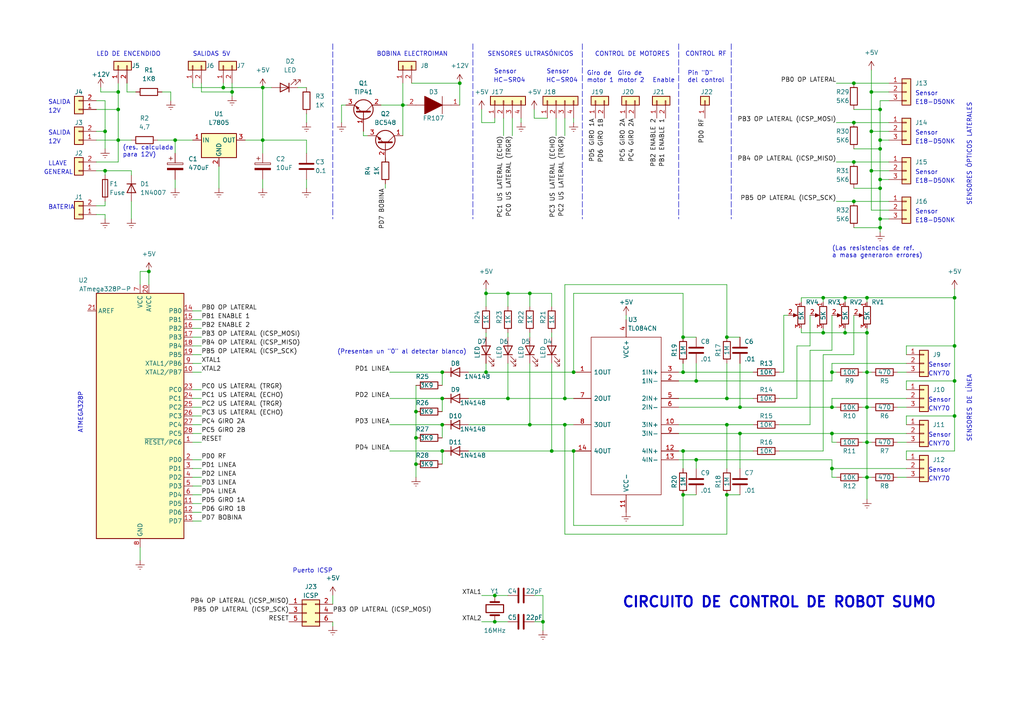
<source format=kicad_sch>
(kicad_sch (version 20211123) (generator eeschema)
  (paper "A4")
  (title_block (title "Circuito de control - Robot Sumo"))
  (lib_symbols
    (symbol "Connector_Generic:Conn_01x01" (pin_names (offset 1.016) hide)
      (property "Reference" "J" (at 0 2.54 0))
      (property "Value" "Conn_01x01" (at 0 -2.54 0))
      (symbol "Conn_01x01_1_1"
        (pin passive line (at -5.08 0 0) (length 3.81) (name "Pin_1") (number "1"))
      )
    )
    (symbol "Connector_Generic:Conn_01x02" (pin_names (offset 1.016) hide)
      (property "Reference" "J" (at 0 2.54 0))
      (property "Value" "Conn_01x02" (at 0 -5.08 0))
      (symbol "Conn_01x02_1_1"
        (pin passive line (at -5.08 0 0) (length 3.81) (name "Pin_1") (number "1"))
        (pin passive line (at -5.08 -2.54 0) (length 3.81) (name "Pin_2") (number "2"))
      )
    )
    (symbol "Connector_Generic:Conn_01x03" (pin_names (offset 1.016) hide)
      (property "Reference" "J" (at 0 5.08 0))
      (property "Value" "Conn_01x03" (at 0 -5.08 0))
      (symbol "Conn_01x03_1_1"
        (pin passive line (at -5.08 2.54 0) (length 3.81) (name "Pin_1") (number "1"))
        (pin passive line (at -5.08 0 0) (length 3.81) (name "Pin_2") (number "2"))
        (pin passive line (at -5.08 -2.54 0) (length 3.81) (name "Pin_3") (number "3"))
      )
    )
    (symbol "Connector_Generic:Conn_01x04" (pin_names (offset 1.016) hide)
      (property "Reference" "J" (at 0 5.08 0))
      (property "Value" "Conn_01x04" (at 0 -7.62 0))
      (symbol "Conn_01x04_1_1"
        (pin passive line (at -5.08 2.54 0) (length 3.81) (name "Pin_1") (number "1"))
        (pin passive line (at -5.08 0 0) (length 3.81) (name "Pin_2") (number "2"))
        (pin passive line (at -5.08 -2.54 0) (length 3.81) (name "Pin_3") (number "3"))
        (pin passive line (at -5.08 -5.08 0) (length 3.81) (name "Pin_4") (number "4"))
      )
    )
    (symbol "Connector_Generic:Conn_02x03_Odd_Even" (pin_names (offset 1.016) hide)
      (property "Reference" "J" (at 1.27 5.08 0))
      (property "Value" "Conn_02x03_Odd_Even" (at 1.27 -5.08 0))
      (symbol "Conn_02x03_Odd_Even_1_1"
        (pin passive line (at -5.08 2.54 0) (length 3.81) (name "Pin_1") (number "1"))
        (pin passive line (at 7.62 2.54 180) (length 3.81) (name "Pin_2") (number "2"))
        (pin passive line (at -5.08 0 0) (length 3.81) (name "Pin_3") (number "3"))
        (pin passive line (at 7.62 0 180) (length 3.81) (name "Pin_4") (number "4"))
        (pin passive line (at -5.08 -2.54 0) (length 3.81) (name "Pin_5") (number "5"))
        (pin passive line (at 7.62 -2.54 180) (length 3.81) (name "Pin_6") (number "6"))
      )
    )
    (symbol "Device:C" (pin_numbers hide) (pin_names (offset 0.254))
      (property "Reference" "C" (at 0.635 2.54 0))
      (property "Value" "C" (at 0.635 -2.54 0))
      (symbol "C_1_1"
        (pin passive line (at 0 3.81 270) (length 2.794) (name "~") (number "1"))
        (pin passive line (at 0 -3.81 90) (length 2.794) (name "~") (number "2"))
      )
    )
    (symbol "Device:C_Polarized" (pin_numbers hide) (pin_names (offset 0.254))
      (property "Reference" "C" (at 0.635 2.54 0))
      (property "Value" "C_Polarized" (at 0.635 -2.54 0))
      (symbol "C_Polarized_1_1"
        (pin passive line (at 0 3.81 270) (length 2.794) (name "~") (number "1"))
        (pin passive line (at 0 -3.81 90) (length 2.794) (name "~") (number "2"))
      )
    )
    (symbol "Device:Crystal" (pin_numbers hide) (pin_names (offset 1.016) hide)
      (property "Reference" "Y" (at 0 3.81 0))
      (property "Value" "Crystal" (at 0 -3.81 0))
      (symbol "Crystal_1_1"
        (pin passive line (at -3.81 0 0) (length 1.27) (name "1") (number "1"))
        (pin passive line (at 3.81 0 180) (length 1.27) (name "2") (number "2"))
      )
    )
    (symbol "Device:Fuse" (pin_numbers hide) (pin_names (offset 0))
      (property "Reference" "F" (at 2.032 0 90))
      (property "Value" "Fuse" (at -1.905 0 90))
      (symbol "Fuse_1_1"
        (pin passive line (at 0 3.81 270) (length 1.27) (name "~") (number "1"))
        (pin passive line (at 0 -3.81 90) (length 1.27) (name "~") (number "2"))
      )
    )
    (symbol "Device:LED" (pin_numbers hide) (pin_names (offset 1.016) hide)
      (property "Reference" "D" (at 0 2.54 0))
      (property "Value" "LED" (at 0 -2.54 0))
      (symbol "LED_1_1"
        (pin passive line (at -3.81 0 0) (length 2.54) (name "K") (number "1"))
        (pin passive line (at 3.81 0 180) (length 2.54) (name "A") (number "2"))
      )
    )
    (symbol "Device:R" (pin_numbers hide) (pin_names (offset 0))
      (property "Reference" "R" (at 2.032 0 90))
      (property "Value" "R" (at 0 0 90))
      (symbol "R_1_1"
        (pin passive line (at 0 3.81 270) (length 1.27) (name "~") (number "1"))
        (pin passive line (at 0 -3.81 90) (length 1.27) (name "~") (number "2"))
      )
    )
    (symbol "Device:R_Potentiometer" (pin_names (offset 1.016) hide)
      (property "Reference" "RV" (at -4.445 0 90))
      (property "Value" "R_Potentiometer" (at -2.54 0 90))
      (symbol "R_Potentiometer_1_1"
        (pin passive line (at 0 3.81 270) (length 1.27) (name "1") (number "1"))
        (pin passive line (at 3.81 0 180) (length 1.27) (name "2") (number "2"))
        (pin passive line (at 0 -3.81 90) (length 1.27) (name "3") (number "3"))
      )
    )
    (symbol "Diode:1N4007" (pin_numbers hide) (pin_names (offset 1.016) hide)
      (property "Reference" "D" (at 0 2.54 0))
      (property "Value" "1N4007" (at 0 -2.54 0))
      (symbol "1N4007_1_1"
        (pin passive line (at -3.81 0 0) (length 2.54) (name "K") (number "1"))
        (pin passive line (at 3.81 0 180) (length 2.54) (name "A") (number "2"))
      )
    )
    (symbol "Diode:1N4148" (pin_numbers hide) (pin_names (offset 1.016) hide)
      (property "Reference" "D" (at 0 2.54 0))
      (property "Value" "1N4148" (at 0 -2.54 0))
      (symbol "1N4148_1_1"
        (pin passive line (at -3.81 0 0) (length 2.54) (name "K") (number "1"))
        (pin passive line (at 3.81 0 180) (length 2.54) (name "A") (number "2"))
      )
    )
    (symbol "MCU_Microchip_ATmega:ATmega328P-P"
      (property "Reference" "U" (at -12.7 36.83 0))
      (property "Value" "ATmega328P-P" (at 2.54 -36.83 0))
      (symbol "ATmega328P-P_1_1"
        (pin bidirectional line (at 15.24 -7.62 180) (length 2.54) (name "~{RESET}/PC6") (number "1"))
        (pin bidirectional line (at 15.24 12.7 180) (length 2.54) (name "XTAL2/PB7") (number "10"))
        (pin bidirectional line (at 15.24 -25.4 180) (length 2.54) (name "PD5") (number "11"))
        (pin bidirectional line (at 15.24 -27.94 180) (length 2.54) (name "PD6") (number "12"))
        (pin bidirectional line (at 15.24 -30.48 180) (length 2.54) (name "PD7") (number "13"))
        (pin bidirectional line (at 15.24 30.48 180) (length 2.54) (name "PB0") (number "14"))
        (pin bidirectional line (at 15.24 27.94 180) (length 2.54) (name "PB1") (number "15"))
        (pin bidirectional line (at 15.24 25.4 180) (length 2.54) (name "PB2") (number "16"))
        (pin bidirectional line (at 15.24 22.86 180) (length 2.54) (name "PB3") (number "17"))
        (pin bidirectional line (at 15.24 20.32 180) (length 2.54) (name "PB4") (number "18"))
        (pin bidirectional line (at 15.24 17.78 180) (length 2.54) (name "PB5") (number "19"))
        (pin bidirectional line (at 15.24 -12.7 180) (length 2.54) (name "PD0") (number "2"))
        (pin power_in line (at 2.54 38.1 270) (length 2.54) (name "AVCC") (number "20"))
        (pin passive line (at -15.24 30.48 0) (length 2.54) (name "AREF") (number "21"))
        (pin passive line (at 0 -38.1 90) (length 2.54) hide (name "GND") (number "22"))
        (pin bidirectional line (at 15.24 7.62 180) (length 2.54) (name "PC0") (number "23"))
        (pin bidirectional line (at 15.24 5.08 180) (length 2.54) (name "PC1") (number "24"))
        (pin bidirectional line (at 15.24 2.54 180) (length 2.54) (name "PC2") (number "25"))
        (pin bidirectional line (at 15.24 0 180) (length 2.54) (name "PC3") (number "26"))
        (pin bidirectional line (at 15.24 -2.54 180) (length 2.54) (name "PC4") (number "27"))
        (pin bidirectional line (at 15.24 -5.08 180) (length 2.54) (name "PC5") (number "28"))
        (pin bidirectional line (at 15.24 -15.24 180) (length 2.54) (name "PD1") (number "3"))
        (pin bidirectional line (at 15.24 -17.78 180) (length 2.54) (name "PD2") (number "4"))
        (pin bidirectional line (at 15.24 -20.32 180) (length 2.54) (name "PD3") (number "5"))
        (pin bidirectional line (at 15.24 -22.86 180) (length 2.54) (name "PD4") (number "6"))
        (pin power_in line (at 0 38.1 270) (length 2.54) (name "VCC") (number "7"))
        (pin power_in line (at 0 -38.1 90) (length 2.54) (name "GND") (number "8"))
        (pin bidirectional line (at 15.24 15.24 180) (length 2.54) (name "XTAL1/PB6") (number "9"))
      )
    )
    (symbol "Regulator_Linear:L7805" (pin_names (offset 0.254))
      (property "Reference" "U" (at -3.81 3.175 0))
      (property "Value" "L7805" (at 0 3.175 0))
      (symbol "L7805_1_1"
        (pin power_in line (at -7.62 0 0) (length 2.54) (name "IN") (number "1"))
        (pin power_in line (at 0 -7.62 90) (length 2.54) (name "GND") (number "2"))
        (pin power_out line (at 7.62 0 180) (length 2.54) (name "OUT") (number "3"))
      )
    )
    (symbol "SamacSys_Parts:FR107" (pin_names (offset 0.762))
      (property "Reference" "D" (at 11.43 5.08 0))
      (property "Value" "FR107" (at 11.43 2.54 0))
      (symbol "FR107_0_0"
        (pin passive line (at 0 0 0) (length 2.54) (name "~") (number "1"))
        (pin passive line (at 15.24 0 180) (length 2.54) (name "~") (number "2"))
      )
    )
    (symbol "SamacSys_Parts:TL084CN" (pin_names (offset 0.762))
      (property "Reference" "IC" (at 26.67 15.24 0))
      (property "Value" "TL084CN" (at 26.67 12.7 0))
      (symbol "TL084CN_0_0"
        (pin output line (at 30.48 0 180) (length 5.08) (name "1OUT") (number "1"))
        (pin input line (at 0 -15.24 0) (length 5.08) (name "3IN+") (number "10"))
        (pin power_in line (at 15.24 -40.64 90) (length 5.08) (name "VCC-") (number "11"))
        (pin input line (at 0 -22.86 0) (length 5.08) (name "4IN+") (number "12"))
        (pin input line (at 0 -25.4 0) (length 5.08) (name "4IN-") (number "13"))
        (pin output line (at 30.48 -22.86 180) (length 5.08) (name "4OUT") (number "14"))
        (pin input line (at 0 -2.54 0) (length 5.08) (name "1IN-") (number "2"))
        (pin input line (at 0 0 0) (length 5.08) (name "1IN+") (number "3"))
        (pin power_in line (at 15.24 15.24 270) (length 5.08) (name "VCC+") (number "4"))
        (pin input line (at 0 -7.62 0) (length 5.08) (name "2IN+") (number "5"))
        (pin input line (at 0 -10.16 0) (length 5.08) (name "2IN-") (number "6"))
        (pin output line (at 30.48 -7.62 180) (length 5.08) (name "2OUT") (number "7"))
        (pin output line (at 30.48 -15.24 180) (length 5.08) (name "3OUT") (number "8"))
        (pin input line (at 0 -17.78 0) (length 5.08) (name "3IN-") (number "9"))
      )
    )
    (symbol "Transistor_BJT:BC548" (pin_names (offset 0) hide)
      (property "Reference" "Q" (at 5.08 1.905 0))
      (property "Value" "BC548" (at 5.08 0 0))
      (symbol "BC548_1_1"
        (pin passive line (at 2.54 5.08 270) (length 2.54) (name "C") (number "1"))
        (pin input line (at -5.08 0 0) (length 5.08) (name "B") (number "2"))
        (pin passive line (at 2.54 -5.08 90) (length 2.54) (name "E") (number "3"))
      )
    )
    (symbol "Transistor_BJT:TIP41" (pin_names (offset 0) hide)
      (property "Reference" "Q" (at 6.35 1.905 0))
      (property "Value" "TIP41" (at 6.35 0 0))
      (symbol "TIP41_1_1"
        (pin input line (at -5.08 0 0) (length 5.715) (name "B") (number "1"))
        (pin passive line (at 2.54 5.08 270) (length 2.54) (name "C") (number "2"))
        (pin passive line (at 2.54 -5.08 90) (length 2.54) (name "E") (number "3"))
      )
    )
    (symbol "power:+12V" (power) (pin_names (offset 0))
      (property "Value" "+12V" (at 0 3.556 0))
      (symbol "+12V_1_1"
        (pin power_in line (at 0 0 90) (length 0) hide (name "+12V") (number "1"))
      )
    )
    (symbol "power:+5V" (power) (pin_names (offset 0))
      (property "Value" "+5V" (at 0 3.556 0))
      (symbol "+5V_1_1"
        (pin power_in line (at 0 0 90) (length 0) hide (name "+5V") (number "1"))
      )
    )
    (symbol "power:Earth" (power) (pin_names (offset 0))
      (symbol "Earth_1_1"
        (pin power_in line (at 0 0 270) (length 0) hide (name "Earth") (number "1"))
      )
    )
  )
  (junction (at 67.31 26.67))
  (junction (at 64.77 25.4))
  (junction (at 198.12 97.79))
  (junction (at 30.48 38.1))
  (junction (at 210.82 123.19))
  (junction (at 128.27 107.95))
  (junction (at 163.83 115.57))
  (junction (at 255.27 54.61))
  (junction (at 210.82 115.57))
  (junction (at 147.32 115.57))
  (junction (at 143.51 172.72))
  (junction (at 76.2 40.64))
  (junction (at 210.82 143.51))
  (junction (at 153.67 85.09))
  (junction (at 252.73 38.1))
  (junction (at 157.48 180.34))
  (junction (at 255.27 43.18))
  (junction (at 252.73 49.53))
  (junction (at 147.32 85.09))
  (junction (at 276.86 100.33))
  (junction (at 163.83 123.19))
  (junction (at 120.65 127))
  (junction (at 210.82 97.79))
  (junction (at 201.93 110.49))
  (junction (at 34.29 26.67))
  (junction (at 116.84 30.48))
  (junction (at 251.46 107.95))
  (junction (at 34.29 31.75))
  (junction (at 241.3 107.95))
  (junction (at 251.46 128.27))
  (junction (at 251.46 96.52))
  (junction (at 128.27 115.57))
  (junction (at 198.12 143.51))
  (junction (at 140.97 107.95))
  (junction (at 143.51 180.34))
  (junction (at 255.27 52.07))
  (junction (at 50.8 40.64))
  (junction (at 276.86 86.36))
  (junction (at 247.65 24.13))
  (junction (at 128.27 130.81))
  (junction (at 128.27 123.19))
  (junction (at 251.46 138.43))
  (junction (at 238.76 96.52))
  (junction (at 276.86 110.49))
  (junction (at 255.27 63.5))
  (junction (at 198.12 130.81))
  (junction (at 252.73 26.67))
  (junction (at 214.63 125.73))
  (junction (at 43.18 78.74))
  (junction (at 120.65 119.38))
  (junction (at 30.48 49.53))
  (junction (at 201.93 133.35))
  (junction (at 255.27 31.75))
  (junction (at 241.3 118.11))
  (junction (at 160.02 130.81))
  (junction (at 255.27 40.64))
  (junction (at 166.37 130.81))
  (junction (at 241.3 135.89))
  (junction (at 247.65 46.99))
  (junction (at 76.2 25.4))
  (junction (at 251.46 86.36))
  (junction (at 153.67 123.19))
  (junction (at 247.65 35.56))
  (junction (at 245.11 86.36))
  (junction (at 198.12 107.95))
  (junction (at 276.86 120.65))
  (junction (at 241.3 125.73))
  (junction (at 140.97 85.09))
  (junction (at 34.29 40.64))
  (junction (at 120.65 134.62))
  (junction (at 238.76 86.36))
  (junction (at 166.37 107.95))
  (junction (at 251.46 118.11))
  (junction (at 245.11 96.52))
  (junction (at 247.65 58.42))
  (junction (at 255.27 66.04))
  (junction (at 214.63 118.11))
  (junction (at 133.35 24.13))
  (wire (pts (xy 251.46 95.25) (xy 251.46 96.52)))
  (wire (pts (xy 166.37 152.4) (xy 198.12 152.4)))
  (wire (pts (xy 255.27 63.5) (xy 255.27 66.04)))
  (wire (pts (xy 40.64 158.75) (xy 40.64 162.56)))
  (wire (pts (xy 34.29 46.99) (xy 34.29 40.64)))
  (wire (pts (xy 238.76 130.81) (xy 226.06 130.81)))
  (wire (pts (xy 160.02 85.09) (xy 153.67 85.09)))
  (wire (pts (xy 143.51 172.72) (xy 147.32 172.72)))
  (wire (pts (xy 232.41 95.25) (xy 232.41 96.52)))
  (wire (pts (xy 55.88 115.57) (xy 58.42 115.57)))
  (wire (pts (xy 43.18 78.74) (xy 40.64 78.74)))
  (wire (pts (xy 262.89 123.19) (xy 262.89 120.65)))
  (wire (pts (xy 29.21 25.4) (xy 29.21 26.67)))
  (wire (pts (xy 153.67 96.52) (xy 153.67 97.79)))
  (wire (pts (xy 262.89 102.87) (xy 262.89 100.33)))
  (wire (pts (xy 247.65 58.42) (xy 257.81 58.42)))
  (wire (pts (xy 276.86 83.82) (xy 276.86 86.36)))
  (wire (pts (xy 251.46 118.11) (xy 252.73 118.11)))
  (wire (pts (xy 198.12 85.09) (xy 198.12 97.79)))
  (wire (pts (xy 252.73 38.1) (xy 252.73 49.53)))
  (wire (pts (xy 143.51 180.34) (xy 147.32 180.34)))
  (wire (pts (xy 119.38 24.13) (xy 133.35 24.13)))
  (wire (pts (xy 238.76 96.52) (xy 245.11 96.52)))
  (wire (pts (xy 196.85 115.57) (xy 210.82 115.57)))
  (wire (pts (xy 55.88 24.13) (xy 55.88 25.4)))
  (wire (pts (xy 128.27 123.19) (xy 128.27 127)))
  (wire (pts (xy 67.31 24.13) (xy 67.31 26.67)))
  (wire (pts (xy 88.9 40.64) (xy 88.9 44.45)))
  (wire (pts (xy 251.46 138.43) (xy 252.73 138.43)))
  (wire (pts (xy 247.65 35.56) (xy 257.81 35.56)))
  (wire (pts (xy 140.97 83.82) (xy 140.97 85.09)))
  (wire (pts (xy 166.37 130.81) (xy 166.37 152.4)))
  (wire (pts (xy 55.88 125.73) (xy 58.42 125.73)))
  (wire (pts (xy 198.12 130.81) (xy 218.44 130.81)))
  (wire (pts (xy 238.76 86.36) (xy 245.11 86.36)))
  (wire (pts (xy 88.9 33.02) (xy 88.9 35.56)))
  (wire (pts (xy 276.86 86.36) (xy 276.86 100.33)))
  (wire (pts (xy 46.99 26.67) (xy 49.53 26.67)))
  (wire (pts (xy 40.64 78.74) (xy 40.64 82.55)))
  (wire (pts (xy 241.3 138.43) (xy 242.57 138.43)))
  (wire (pts (xy 241.3 133.35) (xy 241.3 135.89)))
  (wire (pts (xy 238.76 102.87) (xy 238.76 130.81)))
  (wire (pts (xy 245.11 86.36) (xy 251.46 86.36)))
  (wire (pts (xy 210.82 115.57) (xy 218.44 115.57)))
  (wire (pts (xy 251.46 107.95) (xy 252.73 107.95)))
  (wire (pts (xy 257.81 60.96) (xy 252.73 60.96)))
  (wire (pts (xy 196.85 110.49) (xy 201.93 110.49)))
  (wire (pts (xy 166.37 85.09) (xy 198.12 85.09)))
  (wire (pts (xy 260.35 128.27) (xy 262.89 128.27)))
  (wire (pts (xy 55.88 95.25) (xy 58.42 95.25)))
  (wire (pts (xy 55.88 25.4) (xy 64.77 25.4)))
  (wire (pts (xy 135.89 123.19) (xy 153.67 123.19)))
  (wire (pts (xy 27.94 38.1) (xy 30.48 38.1)))
  (wire (pts (xy 262.89 133.35) (xy 262.89 130.81)))
  (wire (pts (xy 55.88 146.05) (xy 58.42 146.05)))
  (wire (pts (xy 210.82 105.41) (xy 210.82 115.57)))
  (wire (pts (xy 27.94 49.53) (xy 30.48 49.53)))
  (wire (pts (xy 241.3 107.95) (xy 241.3 105.41)))
  (wire (pts (xy 247.65 91.44) (xy 247.65 102.87)))
  (wire (pts (xy 55.88 118.11) (xy 58.42 118.11)))
  (wire (pts (xy 55.88 143.51) (xy 58.42 143.51)))
  (wire (pts (xy 232.41 86.36) (xy 238.76 86.36)))
  (wire (pts (xy 78.74 25.4) (xy 76.2 25.4)))
  (wire (pts (xy 111.76 45.72) (xy 111.76 46.99)))
  (wire (pts (xy 158.75 34.29) (xy 154.94 34.29)))
  (wire (pts (xy 210.82 143.51) (xy 214.63 143.51)))
  (wire (pts (xy 255.27 29.21) (xy 255.27 31.75)))
  (wire (pts (xy 45.72 40.64) (xy 50.8 40.64)))
  (wire (pts (xy 154.94 180.34) (xy 157.48 180.34)))
  (wire (pts (xy 147.32 96.52) (xy 147.32 97.79)))
  (wire (pts (xy 55.88 151.13) (xy 58.42 151.13)))
  (wire (pts (xy 49.53 26.67) (xy 49.53 29.21)))
  (wire (pts (xy 153.67 123.19) (xy 163.83 123.19)))
  (wire (pts (xy 34.29 31.75) (xy 34.29 26.67)))
  (wire (pts (xy 201.93 133.35) (xy 241.3 133.35)))
  (wire (pts (xy 255.27 40.64) (xy 255.27 43.18)))
  (wire (pts (xy 128.27 130.81) (xy 128.27 134.62)))
  (wire (pts (xy 64.77 25.4) (xy 76.2 25.4)))
  (wire (pts (xy 38.1 49.53) (xy 38.1 50.8)))
  (wire (pts (xy 262.89 113.03) (xy 262.89 110.49)))
  (wire (pts (xy 113.03 115.57) (xy 128.27 115.57)))
  (wire (pts (xy 276.86 110.49) (xy 276.86 100.33)))
  (wire (pts (xy 250.19 128.27) (xy 251.46 128.27)))
  (wire (pts (xy 27.94 40.64) (xy 34.29 40.64)))
  (wire (pts (xy 276.86 130.81) (xy 276.86 120.65)))
  (wire (pts (xy 241.3 91.44) (xy 241.3 101.6)))
  (wire (pts (xy 242.57 58.42) (xy 247.65 58.42)))
  (wire (pts (xy 245.11 86.36) (xy 245.11 87.63)))
  (wire (pts (xy 198.12 143.51) (xy 201.93 143.51)))
  (wire (pts (xy 163.83 123.19) (xy 163.83 154.94)))
  (wire (pts (xy 63.5 48.26) (xy 63.5 54.61)))
  (wire (pts (xy 30.48 62.23) (xy 30.48 63.5)))
  (wire (pts (xy 55.88 128.27) (xy 58.42 128.27)))
  (wire (pts (xy 210.82 123.19) (xy 218.44 123.19)))
  (wire (pts (xy 27.94 59.69) (xy 30.48 59.69)))
  (wire (pts (xy 247.65 24.13) (xy 257.81 24.13)))
  (wire (pts (xy 201.93 110.49) (xy 241.3 110.49)))
  (wire (pts (xy 135.89 130.81) (xy 160.02 130.81)))
  (wire (pts (xy 120.65 111.76) (xy 120.65 119.38)))
  (wire (pts (xy 120.65 127) (xy 120.65 134.62)))
  (wire (pts (xy 36.83 24.13) (xy 36.83 26.67)))
  (wire (pts (xy 30.48 29.21) (xy 30.48 38.1)))
  (wire (pts (xy 55.88 107.95) (xy 58.42 107.95)))
  (wire (pts (xy 198.12 107.95) (xy 218.44 107.95)))
  (wire (pts (xy 163.83 154.94) (xy 210.82 154.94)))
  (wire (pts (xy 260.35 118.11) (xy 262.89 118.11)))
  (wire (pts (xy 255.27 52.07) (xy 255.27 54.61)))
  (wire (pts (xy 241.3 101.6) (xy 234.95 101.6)))
  (wire (pts (xy 55.88 113.03) (xy 58.42 113.03)))
  (wire (pts (xy 34.29 26.67) (xy 34.29 24.13)))
  (wire (pts (xy 242.57 46.99) (xy 247.65 46.99)))
  (wire (pts (xy 55.88 97.79) (xy 58.42 97.79)))
  (wire (pts (xy 151.13 34.29) (xy 151.13 35.56)))
  (wire (pts (xy 234.95 101.6) (xy 234.95 123.19)))
  (wire (pts (xy 255.27 52.07) (xy 257.81 52.07)))
  (wire (pts (xy 120.65 134.62) (xy 120.65 138.43)))
  (wire (pts (xy 232.41 96.52) (xy 238.76 96.52)))
  (wire (pts (xy 30.48 49.53) (xy 38.1 49.53)))
  (wire (pts (xy 251.46 138.43) (xy 251.46 144.78)))
  (wire (pts (xy 234.95 100.33) (xy 231.14 100.33)))
  (wire (pts (xy 76.2 40.64) (xy 88.9 40.64)))
  (wire (pts (xy 27.94 31.75) (xy 34.29 31.75)))
  (wire (pts (xy 113.03 130.81) (xy 128.27 130.81)))
  (wire (pts (xy 227.33 107.95) (xy 226.06 107.95)))
  (wire (pts (xy 257.81 63.5) (xy 255.27 63.5)))
  (wire (pts (xy 140.97 107.95) (xy 166.37 107.95)))
  (wire (pts (xy 55.88 90.17) (xy 58.42 90.17)))
  (wire (pts (xy 30.48 59.69) (xy 30.48 58.42)))
  (wire (pts (xy 111.76 53.34) (xy 111.76 54.61)))
  (wire (pts (xy 133.35 24.13) (xy 133.35 30.48)))
  (wire (pts (xy 241.3 110.49) (xy 241.3 107.95)))
  (polyline (pts (xy 196.85 12.7) (xy 196.85 63.5)))
  (wire (pts (xy 262.89 120.65) (xy 276.86 120.65)))
  (wire (pts (xy 139.7 172.72) (xy 143.51 172.72)))
  (wire (pts (xy 163.83 82.55) (xy 210.82 82.55)))
  (wire (pts (xy 55.88 135.89) (xy 58.42 135.89)))
  (wire (pts (xy 139.7 35.56) (xy 139.7 31.75)))
  (wire (pts (xy 210.82 97.79) (xy 214.63 97.79)))
  (wire (pts (xy 260.35 107.95) (xy 262.89 107.95)))
  (wire (pts (xy 214.63 105.41) (xy 214.63 118.11)))
  (wire (pts (xy 116.84 30.48) (xy 118.11 30.48)))
  (wire (pts (xy 160.02 105.41) (xy 160.02 130.81)))
  (wire (pts (xy 231.14 115.57) (xy 226.06 115.57)))
  (polyline (pts (xy 168.91 12.7) (xy 168.91 63.5)))
  (wire (pts (xy 153.67 105.41) (xy 153.67 123.19)))
  (wire (pts (xy 147.32 85.09) (xy 140.97 85.09)))
  (wire (pts (xy 50.8 52.07) (xy 50.8 54.61)))
  (wire (pts (xy 27.94 62.23) (xy 30.48 62.23)))
  (wire (pts (xy 241.3 138.43) (xy 241.3 135.89)))
  (wire (pts (xy 76.2 52.07) (xy 76.2 54.61)))
  (wire (pts (xy 147.32 115.57) (xy 163.83 115.57)))
  (wire (pts (xy 198.12 97.79) (xy 201.93 97.79)))
  (wire (pts (xy 99.06 30.48) (xy 100.33 30.48)))
  (wire (pts (xy 96.52 172.72) (xy 96.52 175.26)))
  (wire (pts (xy 260.35 138.43) (xy 262.89 138.43)))
  (wire (pts (xy 163.83 115.57) (xy 163.83 82.55)))
  (wire (pts (xy 255.27 31.75) (xy 255.27 40.64)))
  (wire (pts (xy 241.3 125.73) (xy 262.89 125.73)))
  (wire (pts (xy 38.1 58.42) (xy 38.1 63.5)))
  (wire (pts (xy 257.81 49.53) (xy 252.73 49.53)))
  (wire (pts (xy 247.65 66.04) (xy 255.27 66.04)))
  (wire (pts (xy 166.37 123.19) (xy 163.83 123.19)))
  (wire (pts (xy 163.83 34.29) (xy 163.83 39.37)))
  (wire (pts (xy 255.27 43.18) (xy 255.27 52.07)))
  (wire (pts (xy 140.97 85.09) (xy 140.97 88.9)))
  (wire (pts (xy 139.7 180.34) (xy 143.51 180.34)))
  (wire (pts (xy 55.88 102.87) (xy 58.42 102.87)))
  (wire (pts (xy 238.76 86.36) (xy 238.76 87.63)))
  (wire (pts (xy 251.46 86.36) (xy 276.86 86.36)))
  (wire (pts (xy 160.02 88.9) (xy 160.02 85.09)))
  (wire (pts (xy 241.3 115.57) (xy 262.89 115.57)))
  (wire (pts (xy 214.63 125.73) (xy 214.63 135.89)))
  (wire (pts (xy 251.46 118.11) (xy 251.46 107.95)))
  (wire (pts (xy 113.03 107.95) (xy 128.27 107.95)))
  (wire (pts (xy 27.94 29.21) (xy 30.48 29.21)))
  (wire (pts (xy 55.88 120.65) (xy 58.42 120.65)))
  (wire (pts (xy 154.94 172.72) (xy 157.48 172.72)))
  (wire (pts (xy 238.76 95.25) (xy 238.76 96.52)))
  (wire (pts (xy 166.37 115.57) (xy 163.83 115.57)))
  (polyline (pts (xy 96.52 12.7) (xy 96.52 63.5)))
  (wire (pts (xy 86.36 25.4) (xy 88.9 25.4)))
  (wire (pts (xy 251.46 138.43) (xy 251.46 128.27)))
  (wire (pts (xy 55.88 105.41) (xy 58.42 105.41)))
  (wire (pts (xy 140.97 96.52) (xy 140.97 97.79)))
  (wire (pts (xy 181.61 91.44) (xy 181.61 92.71)))
  (wire (pts (xy 251.46 118.11) (xy 251.46 128.27)))
  (wire (pts (xy 76.2 25.4) (xy 76.2 40.64)))
  (wire (pts (xy 128.27 115.57) (xy 128.27 119.38)))
  (wire (pts (xy 153.67 85.09) (xy 147.32 85.09)))
  (wire (pts (xy 252.73 26.67) (xy 252.73 20.32)))
  (wire (pts (xy 257.81 38.1) (xy 252.73 38.1)))
  (wire (pts (xy 30.48 38.1) (xy 30.48 43.18)))
  (wire (pts (xy 166.37 35.56) (xy 166.37 34.29)))
  (wire (pts (xy 255.27 54.61) (xy 255.27 63.5)))
  (wire (pts (xy 50.8 40.64) (xy 55.88 40.64)))
  (wire (pts (xy 241.3 118.11) (xy 242.57 118.11)))
  (wire (pts (xy 242.57 35.56) (xy 247.65 35.56)))
  (wire (pts (xy 252.73 38.1) (xy 252.73 26.67)))
  (wire (pts (xy 135.89 115.57) (xy 147.32 115.57)))
  (wire (pts (xy 210.82 154.94) (xy 210.82 143.51)))
  (wire (pts (xy 50.8 40.64) (xy 50.8 44.45)))
  (wire (pts (xy 153.67 85.09) (xy 153.67 88.9)))
  (wire (pts (xy 113.03 123.19) (xy 128.27 123.19)))
  (wire (pts (xy 160.02 96.52) (xy 160.02 97.79)))
  (wire (pts (xy 110.49 30.48) (xy 116.84 30.48)))
  (wire (pts (xy 232.41 87.63) (xy 232.41 86.36)))
  (wire (pts (xy 234.95 91.44) (xy 234.95 100.33)))
  (wire (pts (xy 154.94 34.29) (xy 154.94 31.75)))
  (wire (pts (xy 247.65 31.75) (xy 255.27 31.75)))
  (wire (pts (xy 143.51 35.56) (xy 139.7 35.56)))
  (wire (pts (xy 99.06 35.56) (xy 99.06 30.48)))
  (wire (pts (xy 147.32 105.41) (xy 147.32 115.57)))
  (wire (pts (xy 251.46 96.52) (xy 251.46 107.95)))
  (wire (pts (xy 128.27 107.95) (xy 128.27 111.76)))
  (wire (pts (xy 242.57 24.13) (xy 247.65 24.13)))
  (wire (pts (xy 29.21 26.67) (xy 34.29 26.67)))
  (wire (pts (xy 34.29 40.64) (xy 38.1 40.64)))
  (wire (pts (xy 147.32 85.09) (xy 147.32 88.9)))
  (wire (pts (xy 262.89 130.81) (xy 276.86 130.81)))
  (wire (pts (xy 196.85 125.73) (xy 214.63 125.73)))
  (wire (pts (xy 247.65 54.61) (xy 255.27 54.61)))
  (wire (pts (xy 241.3 118.11) (xy 241.3 115.57)))
  (wire (pts (xy 27.94 46.99) (xy 34.29 46.99)))
  (wire (pts (xy 196.85 123.19) (xy 210.82 123.19)))
  (wire (pts (xy 241.3 105.41) (xy 262.89 105.41)))
  (wire (pts (xy 116.84 30.48) (xy 116.84 39.37)))
  (polyline (pts (xy 212.09 12.7) (xy 212.09 63.5)))
  (wire (pts (xy 148.59 34.29) (xy 148.59 39.37)))
  (wire (pts (xy 247.65 102.87) (xy 238.76 102.87)))
  (wire (pts (xy 262.89 110.49) (xy 276.86 110.49)))
  (wire (pts (xy 196.85 133.35) (xy 201.93 133.35)))
  (wire (pts (xy 228.6 91.44) (xy 227.33 91.44)))
  (wire (pts (xy 241.3 135.89) (xy 262.89 135.89)))
  (wire (pts (xy 214.63 118.11) (xy 241.3 118.11)))
  (wire (pts (xy 140.97 105.41) (xy 140.97 107.95)))
  (wire (pts (xy 43.18 82.55) (xy 43.18 78.74)))
  (wire (pts (xy 214.63 125.73) (xy 241.3 125.73)))
  (wire (pts (xy 55.88 133.35) (xy 58.42 133.35)))
  (wire (pts (xy 210.82 123.19) (xy 210.82 135.89)))
  (wire (pts (xy 55.88 140.97) (xy 58.42 140.97)))
  (wire (pts (xy 55.88 100.33) (xy 58.42 100.33)))
  (wire (pts (xy 106.68 39.37) (xy 105.41 39.37)))
  (wire (pts (xy 201.93 133.35) (xy 201.93 135.89)))
  (wire (pts (xy 161.29 34.29) (xy 161.29 39.37)))
  (wire (pts (xy 55.88 148.59) (xy 58.42 148.59)))
  (wire (pts (xy 135.89 107.95) (xy 140.97 107.95)))
  (wire (pts (xy 262.89 100.33) (xy 276.86 100.33)))
  (polyline (pts (xy 137.16 12.7) (xy 137.16 63.5)))
  (wire (pts (xy 245.11 95.25) (xy 245.11 96.52)))
  (wire (pts (xy 157.48 180.34) (xy 157.48 182.88)))
  (wire (pts (xy 71.12 40.64) (xy 76.2 40.64)))
  (wire (pts (xy 201.93 105.41) (xy 201.93 110.49)))
  (wire (pts (xy 241.3 128.27) (xy 241.3 125.73)))
  (wire (pts (xy 247.65 43.18) (xy 255.27 43.18)))
  (wire (pts (xy 251.46 128.27) (xy 252.73 128.27)))
  (wire (pts (xy 198.12 105.41) (xy 198.12 107.95)))
  (wire (pts (xy 55.88 123.19) (xy 58.42 123.19)))
  (wire (pts (xy 255.27 40.64) (xy 257.81 40.64)))
  (wire (pts (xy 198.12 130.81) (xy 198.12 135.89)))
  (wire (pts (xy 34.29 40.64) (xy 34.29 31.75)))
  (wire (pts (xy 30.48 49.53) (xy 30.48 50.8)))
  (wire (pts (xy 157.48 172.72) (xy 157.48 180.34)))
  (wire (pts (xy 76.2 40.64) (xy 76.2 44.45)))
  (wire (pts (xy 250.19 118.11) (xy 251.46 118.11)))
  (wire (pts (xy 58.42 24.13) (xy 58.42 26.67)))
  (wire (pts (xy 251.46 86.36) (xy 251.46 87.63)))
  (wire (pts (xy 255.27 67.31) (xy 255.27 66.04)))
  (wire (pts (xy 252.73 49.53) (xy 252.73 60.96)))
  (wire (pts (xy 196.85 118.11) (xy 214.63 118.11)))
  (wire (pts (xy 55.88 92.71) (xy 58.42 92.71)))
  (wire (pts (xy 116.84 24.13) (xy 116.84 30.48)))
  (wire (pts (xy 245.11 96.52) (xy 251.46 96.52)))
  (wire (pts (xy 105.41 39.37) (xy 105.41 38.1)))
  (wire (pts (xy 247.65 46.99) (xy 257.81 46.99)))
  (wire (pts (xy 58.42 26.67) (xy 67.31 26.67)))
  (wire (pts (xy 234.95 123.19) (xy 226.06 123.19)))
  (wire (pts (xy 64.77 24.13) (xy 64.77 25.4)))
  (wire (pts (xy 146.05 34.29) (xy 146.05 39.37)))
  (wire (pts (xy 257.81 29.21) (xy 255.27 29.21)))
  (wire (pts (xy 36.83 26.67) (xy 39.37 26.67)))
  (wire (pts (xy 67.31 26.67) (xy 67.31 27.94)))
  (wire (pts (xy 250.19 107.95) (xy 251.46 107.95)))
  (wire (pts (xy 196.85 130.81) (xy 198.12 130.81)))
  (wire (pts (xy 196.85 107.95) (xy 198.12 107.95)))
  (wire (pts (xy 198.12 152.4) (xy 198.12 143.51)))
  (wire (pts (xy 210.82 82.55) (xy 210.82 97.79)))
  (wire (pts (xy 166.37 107.95) (xy 166.37 85.09)))
  (wire (pts (xy 88.9 52.07) (xy 88.9 54.61)))
  (wire (pts (xy 231.14 100.33) (xy 231.14 115.57)))
  (wire (pts (xy 241.3 128.27) (xy 242.57 128.27)))
  (wire (pts (xy 160.02 130.81) (xy 166.37 130.81)))
  (wire (pts (xy 241.3 107.95) (xy 242.57 107.95)))
  (wire (pts (xy 120.65 119.38) (xy 120.65 127)))
  (wire (pts (xy 257.81 26.67) (xy 252.73 26.67)))
  (wire (pts (xy 276.86 110.49) (xy 276.86 120.65)))
  (wire (pts (xy 96.52 181.61) (xy 96.52 180.34)))
  (wire (pts (xy 227.33 91.44) (xy 227.33 107.95)))
  (wire (pts (xy 250.19 138.43) (xy 251.46 138.43)))
  (wire (pts (xy 143.51 34.29) (xy 143.51 35.56)))
  (wire (pts (xy 55.88 138.43) (xy 58.42 138.43)))
  (text "SENSORES DE LÍNEA" (at 281.94 128.27 90) (effects (font (size 1.27 1.27)) (justify left bottom)))
  (text "SENSORES ÓPTICOS LATERALES" (at 281.94 59.69 90) (effects (font (size 1.27 1.27)) (justify left bottom)))
  (text "E18-D50NK" (at 265.43 30.48 0) (effects (font (size 1.27 1.27)) (justify left bottom)))
  (text "LED DE ENCENDIDO" (at 27.94 16.51 0) (effects (font (size 1.27 1.27)) (justify left bottom)))
  (text "Puerto ICSP" (at 96.52 166.37 180) (effects (font (size 1.27 1.27)) (justify right bottom)))
  (text "(Presentan un \"0\" al detectar blanco)" (at 97.79 102.87 0) (effects (font (size 1.27 1.27)) (justify left bottom)))
  (text "CNY70" (at 269.24 129.54 0) (effects (font (size 1.27 1.27)) (justify left bottom)))
  (text "12V" (at 13.97 33.02 0) (effects (font (size 1.27 1.27)) (justify left bottom)))
  (text "Sensor" (at 269.24 127 0) (effects (font (size 1.27 1.27)) (justify left bottom)))
  (text "CNY70" (at 269.24 109.22 0) (effects (font (size 1.27 1.27)) (justify left bottom)))
  (text "SENSORES ULTRASÓNICOS\n" (at 166.37 16.51 180) (effects (font (size 1.27 1.27)) (justify right bottom)))
  (text "Enable\n" (at 189.23 24.13 0) (effects (font (size 1.27 1.27)) (justify left bottom)))
  (text "Giro de\nmotor 1\n" (at 170.18 24.13 0) (effects (font (size 1.27 1.27)) (justify left bottom)))
  (text "Sensor" (at 265.43 39.37 0) (effects (font (size 1.27 1.27)) (justify left bottom)))
  (text "Sensor" (at 265.43 62.23 0) (effects (font (size 1.27 1.27)) (justify left bottom)))
  (text "Pin \"D\"\ndel control" (at 199.39 24.13 0) (effects (font (size 1.27 1.27)) (justify left bottom)))
  (text "Giro de\nmotor 2" (at 179.07 24.13 0) (effects (font (size 1.27 1.27)) (justify left bottom)))
  (text "SALIDA\n" (at 13.97 30.48 0) (effects (font (size 1.27 1.27)) (justify left bottom)))
  (text "E18-D50NK" (at 265.43 64.77 0) (effects (font (size 1.27 1.27)) (justify left bottom)))
  (text "GENERAL" (at 12.7 50.8 0) (effects (font (size 1.27 1.27)) (justify left bottom)))
  (text "CNY70" (at 269.24 139.7 0) (effects (font (size 1.27 1.27)) (justify left bottom)))
  (text "BOBINA ELECTROIMAN" (at 109.22 16.51 0) (effects (font (size 1.27 1.27)) (justify left bottom)))
  (text "CNY70" (at 269.24 119.38 0) (effects (font (size 1.27 1.27)) (justify left bottom)))
  (text "LLAVE\n" (at 13.97 48.26 0) (effects (font (size 1.27 1.27)) (justify left bottom)))
  (text "BATERIA" (at 13.97 60.96 0) (effects (font (size 1.27 1.27)) (justify left bottom)))
  (text "CONTROL RF\n\n" (at 210.785 18.5284 180) (effects (font (size 1.27 1.27)) (justify right bottom)))
  (text "(res. calculada \npara 12V)" (at 35.56 45.72 0) (effects (font (size 1.27 1.27)) (justify left bottom)))
  (text "ATMEGA328P\n" (at 24.13 125.73 90) (effects (font (size 1.27 1.27)) (justify left bottom)))
  (text "SALIDA\n" (at 13.97 39.37 0) (effects (font (size 1.27 1.27)) (justify left bottom)))
  (text "CONTROL DE MOTORES\n" (at 194.31 16.51 180) (effects (font (size 1.27 1.27)) (justify right bottom)))
  (text "CIRCUITO DE CONTROL DE ROBOT SUMO" (at 180.34 176.53 0) (effects (font (size 3 3) (thickness 0.6) bold) (justify left bottom)))
  (text "HC-SR04" (at 152.4 24.13 180) (effects (font (size 1.27 1.27)) (justify right bottom)))
  (text "12V" (at 13.97 41.91 0) (effects (font (size 1.27 1.27)) (justify left bottom)))
  (text "Sensor" (at 165.1 21.59 180) (effects (font (size 1.27 1.27)) (justify right bottom)))
  (text "HC-SR04" (at 167.64 24.13 180) (effects (font (size 1.27 1.27)) (justify right bottom)))
  (text "Sensor" (at 269.24 116.84 0) (effects (font (size 1.27 1.27)) (justify left bottom)))
  (text "(Las resistencias de ref. \na masa generaron errores)" (at 241.3 74.93 0) (effects (font (size 1.27 1.27)) (justify left bottom)))
  (text "Sensor" (at 269.24 137.16 0) (effects (font (size 1.27 1.27)) (justify left bottom)))
  (text "SALIDAS 5V" (at 55.88 16.51 0) (effects (font (size 1.27 1.27)) (justify left bottom)))
  (text "Sensor" (at 149.86 21.59 180) (effects (font (size 1.27 1.27)) (justify right bottom)))
  (text "Sensor" (at 269.24 106.68 0) (effects (font (size 1.27 1.27)) (justify left bottom)))
  (text "E18-D50NK" (at 265.43 53.34 0) (effects (font (size 1.27 1.27)) (justify left bottom)))
  (text "Sensor" (at 265.43 50.8 0) (effects (font (size 1.27 1.27)) (justify left bottom)))
  (text "E18-D50NK" (at 265.43 41.91 0) (effects (font (size 1.27 1.27)) (justify left bottom)))
  (text "Sensor" (at 265.43 27.94 0) (effects (font (size 1.27 1.27)) (justify left bottom)))
  (label "PC0 US LATERAL (TRGR)" (at 58.42 113.03 0))
  (label "PD5 GIRO 1A" (at 172.72 34.29 270))
  (label "PC4 GIRO 2A" (at 58.42 123.19 0))
  (label "PC1 US LATERAL (ECHO)" (at 146.05 39.37 270))
  (label "PB4 OP LATERAL (ICSP_MISO)" (at 58.42 100.33 0))
  (label "PC3 US LATERAL (ECHO)" (at 58.42 120.65 0))
  (label "PC3 US LATERAL (ECHO)" (at 161.29 39.37 270))
  (label "PB3 OP LATERAL (ICSP_MOSI)" (at 96.52 177.8 0))
  (label "PB3 OP LATERAL (ICSP_MOSI)" (at 58.42 97.79 0))
  (label "PD2 LINEA" (at 58.42 138.43 0))
  (label "PB5 OP LATERAL (ICSP_SCK)" (at 58.42 102.87 0))
  (label "PC4 GIRO 2A" (at 184.15 34.29 270))
  (label "PD4 LINEA" (at 113.03 130.81 180))
  (label "PB2 ENABLE 2" (at 58.42 95.25 0))
  (label "XTAL2" (at 139.7 180.34 180))
  (label "PD7 BOBINA" (at 111.76 54.61 270))
  (label "PB4 OP LATERAL (ICSP_MISO)" (at 83.82 175.26 180))
  (label "PB3 OP LATERAL (ICSP_MOSI)" (at 242.57 35.56 180))
  (label "XTAL2" (at 58.42 107.95 0))
  (label "PD2 LINEA" (at 113.03 115.57 180))
  (label "RESET" (at 83.82 180.34 180))
  (label "PC0 US LATERAL (TRGR)" (at 148.59 39.37 270))
  (label "PC5 GIRO 2B" (at 58.42 125.73 0))
  (label "PD6 GIRO 1B" (at 175.26 34.29 270))
  (label "PD0 RF" (at 204.47 34.29 270))
  (label "PC2 US LATERAL (TRGR)" (at 58.42 118.11 0))
  (label "RESET" (at 58.42 128.27 0))
  (label "PB2 ENABLE 2" (at 190.5 34.29 270))
  (label "PD3 LINEA" (at 113.03 123.19 180))
  (label "PB5 OP LATERAL (ICSP_SCK)" (at 83.82 177.8 180))
  (label "PD1 LINEA" (at 113.03 107.95 180))
  (label "XTAL1" (at 58.42 105.41 0))
  (label "PC5 GIRO 2A" (at 181.61 34.29 270))
  (label "PB0 OP LATERAL" (at 242.57 24.13 180))
  (label "PD4 LINEA" (at 58.42 143.51 0))
  (label "PB4 OP LATERAL (ICSP_MISO)" (at 242.57 46.99 180))
  (label "XTAL1" (at 139.7 172.72 180))
  (label "PD3 LINEA" (at 58.42 140.97 0))
  (label "PC1 US LATERAL (ECHO)" (at 58.42 115.57 0))
  (label "PB1 ENABLE 1" (at 193.04 34.29 270))
  (label "PB5 OP LATERAL (ICSP_SCK)" (at 242.57 58.42 180))
  (label "PD1 LINEA" (at 58.42 135.89 0))
  (label "PC2 US LATERAL (TRGR)" (at 163.83 39.37 270))
  (label "PD6 GIRO 1B" (at 58.42 148.59 0))
  (label "PD5 GIRO 1A" (at 58.42 146.05 0))
  (label "PB1 ENABLE 1" (at 58.42 92.71 0))
  (label "PD0 RF" (at 58.42 133.35 0))
  (label "PD7 BOBINA" (at 58.42 151.13 0))
  (label "PB0 OP LATERAL" (at 58.42 90.17 0))
  (symbol (lib_id "Connector_Generic:Conn_01x03") (at 267.97 105.41 0) (unit 1)
    (property "Reference" "J9" (at 270.51 102.87 0) (effects (justify left)))
    (property "Value" "J" (effects hide))
    (property "Footprint" "Connector_JST:JST_PH_B4B-PH-K_1x04_P2.00mm_Vertical" (effects hide))
  )
  (symbol (lib_id "Device:LED") (at 147.32 101.6 90) (unit 1)
    (property "Reference" "D6" (at 144.78 99.06 90) (effects (justify right)))
    (property "Value" "LED" (at 144.78 100.33 0) (effects (justify right)))
    (property "Footprint" "LED_THT:LED_D3.0mm" (effects hide))
  )
  (symbol (lib_id "Connector_Generic:Conn_01x02") (at 64.77 19.05 90) (unit 1)
    (property "Reference" "J7" (at 69.85 19.05 90))
    (property "Value" "Conn_01x02" (effects hide))
    (property "Footprint" "Connector_JST:JST_PH_B2B-PH-K_1x02_P2.00mm_Vertical" (effects hide))
  )
  (symbol (lib_id "Device:R") (at 124.46 111.76 90) (unit 1)
    (property "Reference" "R25" (at 124.46 109.22 90) (effects (justify left)))
    (property "Value" "3K9" (at 125.73 111.76 90) (effects (justify left)))
    (property "Footprint" "Resistor_THT:R_Axial_DIN0204_L3.6mm_D1.6mm_P5.08mm_Horizontal" (effects hide))
  )
  (symbol (lib_id "Device:R") (at 140.97 92.71 0) (unit 1)
    (property "Reference" "R24" (at 138.43 93.98 90) (effects (justify left)))
    (property "Value" "1K" (at 140.97 93.98 90) (effects (justify left)))
    (property "Footprint" "Resistor_THT:R_Axial_DIN0204_L3.6mm_D1.6mm_P7.62mm_Horizontal" (effects hide))
  )
  (symbol (lib_id "Device:R") (at 247.65 62.23 180) (unit 1)
    (property "Reference" "R32" (at 246.38 60.96 0) (effects (justify left)))
    (property "Value" "5K6" (at 246.38 63.5 0) (effects (justify left)))
    (property "Footprint" "Resistor_THT:R_Axial_DIN0204_L3.6mm_D1.6mm_P5.08mm_Horizontal" (effects hide))
  )
  (symbol (lib_id "Connector_Generic:Conn_01x02") (at 172.72 29.21 90) (unit 1)
    (property "Reference" "J19" (at 171.45 26.67 90) (effects (justify right)))
    (property "Value" "Conn_01x02" (effects hide))
    (property "Footprint" "Connector_JST:JST_PH_B2B-PH-K_1x02_P2.00mm_Vertical" (effects hide))
  )
  (symbol (lib_id "Device:LED") (at 153.67 101.6 90) (unit 1)
    (property "Reference" "D5" (at 151.13 99.06 90) (effects (justify right)))
    (property "Value" "LED" (at 151.13 100.33 0) (effects (justify right)))
    (property "Footprint" "LED_THT:LED_D3.0mm" (effects hide))
  )
  (symbol (lib_id "Connector_Generic:Conn_01x03") (at 267.97 115.57 0) (unit 1)
    (property "Reference" "J10" (at 270.51 113.03 0) (effects (justify left)))
    (property "Value" "Conn_01x03" (effects hide))
    (property "Footprint" "Connector_JST:JST_PH_B4B-PH-K_1x04_P2.00mm_Vertical" (effects hide))
  )
  (symbol (lib_id "SamacSys_Parts:FR107") (at 133.35 30.48 180) (unit 1)
    (property "Reference" "D3" (at 125.73 26.67 0))
    (property "Value" "FR107" (at 125.73 34.29 0))
    (property "Footprint" "SamacSys_Parts:DIOAD1070W78L470D235P" (effects hide))
    (property "Datasheet" "http://www.taiwansemi.com/products/datasheet/FR101 SERIES_F14.pdf" (effects hide))
    (property "Description" "Diode 1000V 1A Fast Switch. Low VF DO41 Taiwan Semi FR107, Fast Recovery Diode, 1000V 1A, 500ns, 2-Pin DO-41" (effects hide))
    (property "Height" "2.7" (effects hide))
    (property "Manufacturer_Name" "Taiwan Semiconductor" (effects hide))
    (property "Manufacturer_Part_Number" "FR107" (effects hide))
    (property "Mouser Part Number" "N/A" (effects hide))
    (property "Mouser Price/Stock" "https://www.mouser.co.uk/ProductDetail/Taiwan-Semiconductor/FR107?qs=tHU%2FlV7kTyTixl8z3W3H3Q%3D%3D" (effects hide))
  )
  (symbol (lib_id "Device:R") (at 198.12 101.6 0) (unit 1)
    (property "Reference" "R19" (at 195.58 101.6 90))
    (property "Value" "1M" (at 198.12 101.6 90))
    (property "Footprint" "Resistor_THT:R_Axial_DIN0204_L3.6mm_D1.6mm_P5.08mm_Horizontal" (effects hide))
  )
  (symbol (lib_id "Regulator_Linear:L7805") (at 63.5 40.64 0) (unit 1)
    (property "Reference" "U1" (at 63.5 33.02 0))
    (property "Value" "L7805" (at 63.5 35.56 0))
    (property "Footprint" "Package_TO_SOT_THT:TO-220-3_Vertical" (effects hide))
    (property "Datasheet" "http://www.st.com/content/ccc/resource/technical/document/datasheet/41/4f/b3/b0/12/d4/47/88/CD00000444.pdf/files/CD00000444.pdf/jcr:content/translations/en.CD00000444.pdf" (effects hide))
  )
  (symbol (lib_id "Device:R") (at 256.54 128.27 270) (unit 1)
    (property "Reference" "R7" (at 256.54 130.81 90))
    (property "Value" "470" (at 256.54 128.27 90))
    (property "Footprint" "Resistor_THT:R_Axial_DIN0204_L3.6mm_D1.6mm_P5.08mm_Horizontal" (effects hide))
  )
  (symbol (lib_id "Connector_Generic:Conn_01x01") (at 204.47 29.21 90) (unit 1)
    (property "Reference" "J22" (at 203.2 26.67 90) (effects (justify right)))
    (property "Value" "Conn_01x01" (effects hide))
    (property "Footprint" "Connector_JST:JST_EH_B2B-EH-A_1x02_P2.50mm_Vertical" (effects hide))
  )
  (symbol (lib_id "Connector_Generic:Conn_01x02") (at 22.86 40.64 180) (unit 1)
    (property "Reference" "J3" (at 22.86 35.56 0))
    (property "Value" "Conn_01x02" (effects hide))
    (property "Footprint" "Connector_JST:JST_PH_B2B-PH-K_1x02_P2.00mm_Vertical" (effects hide))
  )
  (symbol (lib_id "power:+5V") (at 76.2 25.4 0) (unit 1)
    (property "Reference" "#PWR0116" (effects hide))
    (property "Value" "+5V" (at 76.2 20.32 0))
  )
  (symbol (lib_id "power:+5V") (at 140.97 83.82 0) (unit 1)
    (property "Reference" "#PWR0123" (effects hide))
    (property "Value" "+5V" (at 140.97 78.74 0))
  )
  (symbol (lib_id "power:Earth") (at 96.52 181.61 0) (unit 1)
    (property "Reference" "#PWR0103" (effects hide))
    (property "Value" "Earth" (effects hide))
  )
  (symbol (lib_id "Connector_Generic:Conn_02x03_Odd_Even") (at 88.9 177.8 0) (unit 1)
    (property "Reference" "J23" (at 90.17 170.18 0))
    (property "Value" "ICSP" (at 90.17 172.72 0))
    (property "Footprint" "Connector_PinHeader_2.54mm:PinHeader_2x03_P2.54mm_Vertical" (effects hide))
  )
  (symbol (lib_id "Device:R") (at 256.54 138.43 270) (unit 1)
    (property "Reference" "R8" (at 256.54 140.97 90))
    (property "Value" "470" (at 256.54 138.43 90))
    (property "Footprint" "Resistor_THT:R_Axial_DIN0204_L3.6mm_D1.6mm_P5.08mm_Horizontal" (effects hide))
  )
  (symbol (lib_id "power:Earth") (at 76.2 54.61 0) (unit 1)
    (property "Reference" "#PWR0117" (effects hide))
    (property "Value" "Earth" (effects hide))
  )
  (symbol (lib_id "Device:R_Potentiometer") (at 238.76 91.44 0) (mirror y) (unit 1)
    (property "Reference" "RV3" (at 240.03 87.63 0) (effects (justify right)))
    (property "Value" "5K" (at 238.76 90.17 90) (effects (justify right)))
    (property "Footprint" "Potentiometer_THT:Potentiometer_Bourns_3296W_Vertical" (effects hide))
  )
  (symbol (lib_id "power:Earth") (at 88.9 35.56 0) (unit 1)
    (property "Reference" "#PWR0114" (effects hide))
    (property "Value" "Earth" (effects hide))
  )
  (symbol (lib_id "Connector_Generic:Conn_01x04") (at 146.05 29.21 90) (unit 1)
    (property "Reference" "J17" (at 146.0499 26.67 90) (effects (justify left)))
    (property "Value" "Conn_01x04" (effects hide))
    (property "Footprint" "Connector_JST:JST_PH_B4B-PH-K_1x04_P2.00mm_Vertical" (effects hide))
  )
  (symbol (lib_id "Device:R") (at 246.38 107.95 270) (unit 1)
    (property "Reference" "R9" (at 246.38 110.49 90))
    (property "Value" "10K" (at 246.38 107.95 90))
    (property "Footprint" "Resistor_THT:R_Axial_DIN0204_L3.6mm_D1.6mm_P5.08mm_Horizontal" (effects hide))
  )
  (symbol (lib_id "Device:R") (at 124.46 119.38 90) (unit 1)
    (property "Reference" "R26" (at 124.46 116.84 90) (effects (justify left)))
    (property "Value" "3K9" (at 125.73 119.38 90) (effects (justify left)))
    (property "Footprint" "Resistor_THT:R_Axial_DIN0204_L3.6mm_D1.6mm_P5.08mm_Horizontal" (effects hide))
  )
  (symbol (lib_id "power:Earth") (at 99.06 35.56 0) (unit 1)
    (property "Reference" "#PWR0115" (effects hide))
    (property "Value" "Earth" (effects hide))
  )
  (symbol (lib_id "Device:R") (at 222.25 130.81 270) (unit 1)
    (property "Reference" "R16" (at 222.25 128.27 90))
    (property "Value" "10K" (at 222.25 130.81 90))
    (property "Footprint" "Resistor_THT:R_Axial_DIN0204_L3.6mm_D1.6mm_P5.08mm_Horizontal" (effects hide))
  )
  (symbol (lib_id "power:+12V") (at 29.21 25.4 0) (unit 1)
    (property "Reference" "#PWR0132" (effects hide))
    (property "Value" "+12V" (at 29.21 21.59 0))
  )
  (symbol (lib_id "Device:C") (at 214.63 139.7 180) (unit 1)
    (property "Reference" "C7" (at 215.9 137.16 0) (effects (justify right)))
    (property "Value" ".01" (at 215.9 142.24 0) (effects (justify right)))
    (property "Footprint" "Capacitor_THT:C_Disc_D4.3mm_W1.9mm_P5.00mm" (effects hide))
  )
  (symbol (lib_id "SamacSys_Parts:TL084CN") (at 196.85 107.95 0) (mirror y) (unit 1)
    (property "Reference" "U3" (at 182.1306 92.71 0) (effects (justify right)))
    (property "Value" "TL084CN" (at 182.1306 95.25 0) (effects (justify right)))
    (property "Footprint" "SamacSys_Parts:DIP794W53P254L1930H508Q14N" (effects hide))
    (property "Datasheet" "http://www.ti.com/lit/gpn/tl084" (effects hide))
    (property "Description" "Quad High Slew Rate JFET-Input Operational Amplifier" (effects hide))
    (property "Height" "5.08" (effects hide))
    (property "Manufacturer_Name" "Texas Instruments" (effects hide))
    (property "Manufacturer_Part_Number" "TL084CN" (effects hide))
    (property "Mouser Part Number" "595-TL084CN" (effects hide))
    (property "Mouser Price/Stock" "https://www.mouser.co.uk/ProductDetail/Texas-Instruments/TL084CN?qs=q2XTDbzbm6ANF36GVAxPiQ%3D%3D" (effects hide))
    (property "Arrow Part Number" "TL084CN" (effects hide))
    (property "Arrow Price/Stock" "https://www.arrow.com/en/products/tl084cn/texas-instruments?region=nac" (effects hide))
  )
  (symbol (lib_id "Device:R") (at 41.91 40.64 90) (unit 1)
    (property "Reference" "R2" (at 41.91 34.29 90))
    (property "Value" "4,7" (at 41.91 36.83 90))
    (property "Footprint" "Resistor_THT:R_Axial_DIN0204_L3.6mm_D1.6mm_P7.62mm_Horizontal" (effects hide))
  )
  (symbol (lib_id "Device:R") (at 124.46 134.62 90) (unit 1)
    (property "Reference" "R28" (at 124.46 132.08 90) (effects (justify left)))
    (property "Value" "3K9" (at 125.73 134.62 90) (effects (justify left)))
    (property "Footprint" "Resistor_THT:R_Axial_DIN0204_L3.6mm_D1.6mm_P5.08mm_Horizontal" (effects hide))
  )
  (symbol (lib_id "power:+5V") (at 252.73 20.32 0) (unit 1)
    (property "Reference" "#PWR0110" (effects hide))
    (property "Value" "+5V" (at 252.73 15.24 0))
  )
  (symbol (lib_id "Device:R") (at 147.32 92.71 0) (unit 1)
    (property "Reference" "R23" (at 144.78 93.98 90) (effects (justify left)))
    (property "Value" "1K" (at 147.32 93.98 90) (effects (justify left)))
    (property "Footprint" "Resistor_THT:R_Axial_DIN0204_L3.6mm_D1.6mm_P7.62mm_Horizontal" (effects hide))
  )
  (symbol (lib_id "Device:R") (at 210.82 139.7 0) (unit 1)
    (property "Reference" "R18" (at 208.28 139.7 90))
    (property "Value" "1M" (at 210.82 139.7 90))
    (property "Footprint" "Resistor_THT:R_Axial_DIN0204_L3.6mm_D1.6mm_P5.08mm_Horizontal" (effects hide))
  )
  (symbol (lib_id "power:+5V") (at 96.52 172.72 0) (unit 1)
    (property "Reference" "#PWR0104" (effects hide))
    (property "Value" "+5V" (at 96.52 167.64 0))
  )
  (symbol (lib_id "Device:R") (at 247.65 50.8 180) (unit 1)
    (property "Reference" "R31" (at 246.38 49.53 0) (effects (justify left)))
    (property "Value" "5K6" (at 246.38 52.07 0) (effects (justify left)))
    (property "Footprint" "Resistor_THT:R_Axial_DIN0204_L3.6mm_D1.6mm_P5.08mm_Horizontal" (effects hide))
  )
  (symbol (lib_id "Connector_Generic:Conn_01x03") (at 267.97 135.89 0) (unit 1)
    (property "Reference" "J12" (at 270.51 133.35 0) (effects (justify left)))
    (property "Value" "Conn_01x03" (effects hide))
    (property "Footprint" "Connector_JST:JST_PH_B4B-PH-K_1x04_P2.00mm_Vertical" (effects hide))
  )
  (symbol (lib_id "Device:C") (at 201.93 139.7 180) (unit 1)
    (property "Reference" "C9" (at 203.2 137.16 0) (effects (justify right)))
    (property "Value" ".01" (at 203.2 142.24 0) (effects (justify right)))
    (property "Footprint" "Capacitor_THT:C_Disc_D4.3mm_W1.9mm_P5.00mm" (effects hide))
  )
  (symbol (lib_id "Device:C") (at 151.13 180.34 90) (unit 1)
    (property "Reference" "C5" (at 148.59 179.07 90))
    (property "Value" "22pF" (at 154.94 179.07 90))
    (property "Footprint" "Capacitor_THT:C_Disc_D4.3mm_W1.9mm_P5.00mm" (effects hide))
  )
  (symbol (lib_id "Device:R") (at 160.02 92.71 0) (unit 1)
    (property "Reference" "R21" (at 157.48 93.98 90) (effects (justify left)))
    (property "Value" "1K" (at 160.02 93.98 90) (effects (justify left)))
    (property "Footprint" "Resistor_THT:R_Axial_DIN0204_L3.6mm_D1.6mm_P7.62mm_Horizontal" (effects hide))
  )
  (symbol (lib_id "Device:R_Potentiometer") (at 245.11 91.44 0) (mirror y) (unit 1)
    (property "Reference" "RV2" (at 246.38 87.63 0) (effects (justify right)))
    (property "Value" "5K" (at 245.11 90.17 90) (effects (justify right)))
    (property "Footprint" "Potentiometer_THT:Potentiometer_Bourns_3296W_Vertical" (effects hide))
  )
  (symbol (lib_id "power:Earth") (at 50.8 54.61 0) (unit 1)
    (property "Reference" "#PWR0129" (effects hide))
    (property "Value" "Earth" (effects hide))
  )
  (symbol (lib_id "power:+5V") (at 139.7 31.75 0) (unit 1)
    (property "Reference" "#PWR0124" (effects hide))
    (property "Value" "+5V" (at 139.7 26.67 0))
  )
  (symbol (lib_id "Diode:1N4007") (at 38.1 54.61 270) (unit 1)
    (property "Reference" "D1" (at 40.64 53.3399 90) (effects (justify left)))
    (property "Value" "1N4007" (at 40.64 55.8799 90) (effects (justify left)))
    (property "Footprint" "Diode_THT:D_DO-41_SOD81_P10.16mm_Horizontal" (effects hide))
    (property "Datasheet" "http://www.vishay.com/docs/88503/1n4001.pdf" (effects hide))
  )
  (symbol (lib_id "power:Earth") (at 151.13 35.56 0) (unit 1)
    (property "Reference" "#PWR0126" (effects hide))
    (property "Value" "Earth" (effects hide))
  )
  (symbol (lib_id "Device:R") (at 222.25 115.57 270) (unit 1)
    (property "Reference" "R14" (at 222.25 113.03 90))
    (property "Value" "10K" (at 222.25 115.57 90))
    (property "Footprint" "Resistor_THT:R_Axial_DIN0204_L3.6mm_D1.6mm_P5.08mm_Horizontal" (effects hide))
  )
  (symbol (lib_id "Connector_Generic:Conn_01x02") (at 181.61 29.21 90) (unit 1)
    (property "Reference" "J20" (at 180.34 26.67 90) (effects (justify right)))
    (property "Value" "Conn_01x02" (effects hide))
    (property "Footprint" "Connector_JST:JST_PH_B2B-PH-K_1x02_P2.00mm_Vertical" (effects hide))
  )
  (symbol (lib_id "power:Earth") (at 88.9 54.61 0) (unit 1)
    (property "Reference" "#PWR0118" (effects hide))
    (property "Value" "Earth" (effects hide))
  )
  (symbol (lib_id "power:Earth") (at 38.1 63.5 0) (unit 1)
    (property "Reference" "#PWR0121" (effects hide))
    (property "Value" "Earth" (effects hide))
  )
  (symbol (lib_id "power:+5V") (at 181.61 91.44 0) (unit 1)
    (property "Reference" "#PWR0107" (effects hide))
    (property "Value" "+5V" (at 181.61 87.63 0))
  )
  (symbol (lib_id "power:Earth") (at 166.37 35.56 0) (unit 1)
    (property "Reference" "#PWR0109" (effects hide))
    (property "Value" "Earth" (effects hide))
  )
  (symbol (lib_id "Device:R") (at 256.54 118.11 270) (unit 1)
    (property "Reference" "R6" (at 256.54 120.65 90))
    (property "Value" "470" (at 256.54 118.11 90))
    (property "Footprint" "Resistor_THT:R_Axial_DIN0204_L3.6mm_D1.6mm_P5.08mm_Horizontal" (effects hide))
  )
  (symbol (lib_id "Connector_Generic:Conn_01x03") (at 262.89 26.67 0) (unit 1)
    (property "Reference" "J13" (at 265.43 24.13 0) (effects (justify left)))
    (property "Value" "Conn_01x03" (effects hide))
    (property "Footprint" "Connector_JST:JST_PH_B4B-PH-K_1x04_P2.00mm_Vertical" (effects hide))
  )
  (symbol (lib_id "power:+5V") (at 154.94 31.75 0) (unit 1)
    (property "Reference" "#PWR0127" (effects hide))
    (property "Value" "+5V" (at 154.94 26.67 0))
  )
  (symbol (lib_id "Connector_Generic:Conn_01x02") (at 22.86 49.53 180) (unit 1)
    (property "Reference" "J2" (at 22.86 44.45 0))
    (property "Value" "Conn_01x02" (effects hide))
    (property "Footprint" "Connector_JST:JST_PH_B2B-PH-K_1x02_P2.00mm_Vertical" (effects hide))
  )
  (symbol (lib_id "Device:R") (at 198.12 139.7 0) (unit 1)
    (property "Reference" "R20" (at 195.58 139.7 90))
    (property "Value" "1M" (at 198.12 139.7 90))
    (property "Footprint" "Resistor_THT:R_Axial_DIN0204_L3.6mm_D1.6mm_P5.08mm_Horizontal" (effects hide))
  )
  (symbol (lib_id "Connector_Generic:Conn_01x02") (at 55.88 19.05 90) (unit 1)
    (property "Reference" "J6" (at 60.96 19.05 90))
    (property "Value" "Conn_01x02" (effects hide))
    (property "Footprint" "Connector_JST:JST_PH_B2B-PH-K_1x02_P2.00mm_Vertical" (effects hide))
  )
  (symbol (lib_id "Diode:1N4148") (at 132.08 123.19 0) (unit 1)
    (property "Reference" "D10" (at 132.08 120.65 0))
    (property "Value" "1N4148" (at 137.16 124.46 0))
    (property "Footprint" "Diode_THT:D_DO-35_SOD27_P7.62mm_Horizontal" (effects hide))
    (property "Datasheet" "https://assets.nexperia.com/documents/data-sheet/1N4148_1N4448.pdf" (effects hide))
  )
  (symbol (lib_id "Device:C") (at 88.9 48.26 0) (unit 1)
    (property "Reference" "C3" (at 91.44 46.99 0) (effects (justify left)))
    (property "Value" "0.1" (at 91.44 49.53 0) (effects (justify left)))
    (property "Footprint" "Capacitor_THT:C_Disc_D4.3mm_W1.9mm_P5.00mm" (effects hide))
  )
  (symbol (lib_id "power:Earth") (at 157.48 182.88 0) (unit 1)
    (property "Reference" "#PWR0101" (effects hide))
    (property "Value" "Earth" (effects hide))
  )
  (symbol (lib_id "Connector_Generic:Conn_01x02") (at 22.86 31.75 180) (unit 1)
    (property "Reference" "J4" (at 22.86 26.67 0))
    (property "Value" "Conn_01x02" (effects hide))
    (property "Footprint" "Connector_JST:JST_PH_B2B-PH-K_1x02_P2.00mm_Vertical" (effects hide))
  )
  (symbol (lib_id "Device:R") (at 153.67 92.71 0) (unit 1)
    (property "Reference" "R22" (at 151.13 93.98 90) (effects (justify left)))
    (property "Value" "1K" (at 153.67 93.98 90) (effects (justify left)))
    (property "Footprint" "Resistor_THT:R_Axial_DIN0204_L3.6mm_D1.6mm_P7.62mm_Horizontal" (effects hide))
  )
  (symbol (lib_id "power:Earth") (at 30.48 43.18 0) (unit 1)
    (property "Reference" "#PWR0122" (effects hide))
    (property "Value" "Earth" (effects hide))
  )
  (symbol (lib_id "Device:R_Potentiometer") (at 232.41 91.44 0) (mirror y) (unit 1)
    (property "Reference" "RV4" (at 233.68 87.63 0) (effects (justify right)))
    (property "Value" "5K" (at 232.41 90.17 90) (effects (justify right)))
    (property "Footprint" "Potentiometer_THT:Potentiometer_Bourns_3296W_Vertical" (effects hide))
  )
  (symbol (lib_id "Device:R") (at 124.46 127 90) (unit 1)
    (property "Reference" "R27" (at 124.46 124.46 90) (effects (justify left)))
    (property "Value" "3K9" (at 125.73 127 90) (effects (justify left)))
    (property "Footprint" "Resistor_THT:R_Axial_DIN0204_L3.6mm_D1.6mm_P5.08mm_Horizontal" (effects hide))
  )
  (symbol (lib_id "Device:R") (at 246.38 128.27 270) (unit 1)
    (property "Reference" "R11" (at 246.38 130.81 90))
    (property "Value" "10K" (at 246.38 128.27 90))
    (property "Footprint" "Resistor_THT:R_Axial_DIN0204_L3.6mm_D1.6mm_P5.08mm_Horizontal" (effects hide))
  )
  (symbol (lib_id "power:Earth") (at 120.65 138.43 0) (unit 1)
    (property "Reference" "#PWR0105" (effects hide))
    (property "Value" "Earth" (effects hide))
  )
  (symbol (lib_id "Diode:1N4148") (at 132.08 115.57 0) (unit 1)
    (property "Reference" "D9" (at 132.08 113.03 0))
    (property "Value" "1N4148" (at 137.16 116.84 0))
    (property "Footprint" "Diode_THT:D_DO-35_SOD27_P7.62mm_Horizontal" (effects hide))
    (property "Datasheet" "https://assets.nexperia.com/documents/data-sheet/1N4148_1N4448.pdf" (effects hide))
  )
  (symbol (lib_id "Transistor_BJT:TIP41") (at 105.41 33.02 270) (mirror x) (unit 1)
    (property "Reference" "Q1" (at 105.41 24.13 90))
    (property "Value" "TIP41" (at 105.41 26.67 90))
    (property "Footprint" "Package_TO_SOT_THT:TO-220-3_Vertical" (effects hide))
    (property "Datasheet" "https://www.centralsemi.com/get_document.php?cmp=1&mergetype=pd&mergepath=pd&pdf_id=tip41.PDF" (effects hide))
  )
  (symbol (lib_id "Device:C") (at 214.63 101.6 180) (unit 1)
    (property "Reference" "C6" (at 215.9 99.06 0) (effects (justify right)))
    (property "Value" ".01" (at 215.9 104.14 0) (effects (justify right)))
    (property "Footprint" "Capacitor_THT:C_Disc_D4.3mm_W1.9mm_P5.00mm" (effects hide))
  )
  (symbol (lib_id "power:+12V") (at 133.35 24.13 0) (unit 1)
    (property "Reference" "#PWR0125" (effects hide))
    (property "Value" "+12V" (at 133.35 19.05 0))
  )
  (symbol (lib_id "Device:R_Potentiometer") (at 251.46 91.44 0) (mirror y) (unit 1)
    (property "Reference" "RV1" (at 252.73 87.63 0) (effects (justify right)))
    (property "Value" "5K" (at 251.46 90.17 90) (effects (justify right)))
    (property "Footprint" "Potentiometer_THT:Potentiometer_Bourns_3296W_Vertical" (effects hide))
  )
  (symbol (lib_id "Connector_Generic:Conn_01x03") (at 262.89 49.53 0) (unit 1)
    (property "Reference" "J15" (at 265.43 46.99 0) (effects (justify left)))
    (property "Value" "Conn_01x03" (effects hide))
    (property "Footprint" "Connector_JST:JST_PH_B4B-PH-K_1x04_P2.00mm_Vertical" (effects hide))
  )
  (symbol (lib_id "Connector_Generic:Conn_01x02") (at 22.86 62.23 180) (unit 1)
    (property "Reference" "J1" (at 22.86 57.15 0))
    (property "Value" "Conn_01x02" (effects hide))
    (property "Footprint" "Connector_JST:JST_PH_B2B-PH-K_1x02_P2.00mm_Vertical" (effects hide))
  )
  (symbol (lib_id "Device:R") (at 247.65 27.94 180) (unit 1)
    (property "Reference" "R29" (at 246.38 26.67 0) (effects (justify left)))
    (property "Value" "5K6" (at 246.38 29.21 0) (effects (justify left)))
    (property "Footprint" "Resistor_THT:R_Axial_DIN0204_L3.6mm_D1.6mm_P5.08mm_Horizontal" (effects hide))
  )
  (symbol (lib_id "power:Earth") (at 67.31 27.94 0) (unit 1)
    (property "Reference" "#PWR0128" (effects hide))
    (property "Value" "Earth" (effects hide))
  )
  (symbol (lib_id "power:+5V") (at 43.18 78.74 0) (unit 1)
    (property "Reference" "#PWR0120" (effects hide))
    (property "Value" "+5V" (at 43.18 73.66 0))
  )
  (symbol (lib_id "Connector_Generic:Conn_01x02") (at 34.29 19.05 90) (unit 1)
    (property "Reference" "J5" (at 39.37 19.05 90))
    (property "Value" "Conn_01x02" (effects hide))
    (property "Footprint" "Connector_JST:JST_PH_B2B-PH-K_1x02_P2.00mm_Vertical" (effects hide))
  )
  (symbol (lib_id "Device:R") (at 246.38 138.43 270) (unit 1)
    (property "Reference" "R12" (at 246.38 140.97 90))
    (property "Value" "10K" (at 246.38 138.43 90))
    (property "Footprint" "Resistor_THT:R_Axial_DIN0204_L3.6mm_D1.6mm_P5.08mm_Horizontal" (effects hide))
  )
  (symbol (lib_id "Connector_Generic:Conn_01x03") (at 267.97 125.73 0) (unit 1)
    (property "Reference" "J11" (at 270.51 123.19 0) (effects (justify left)))
    (property "Value" "Conn_01x03" (effects hide))
    (property "Footprint" "Connector_JST:JST_PH_B4B-PH-K_1x04_P2.00mm_Vertical" (effects hide))
  )
  (symbol (lib_id "Device:R") (at 111.76 49.53 180) (unit 1)
    (property "Reference" "R4" (at 106.68 49.53 90))
    (property "Value" "1K" (at 109.22 49.53 90))
    (property "Footprint" "Resistor_THT:R_Axial_DIN0204_L3.6mm_D1.6mm_P7.62mm_Horizontal" (effects hide))
  )
  (symbol (lib_id "power:Earth") (at 30.48 63.5 0) (unit 1)
    (property "Reference" "#PWR0119" (effects hide))
    (property "Value" "Earth" (effects hide))
  )
  (symbol (lib_id "power:Earth") (at 40.64 162.56 0) (unit 1)
    (property "Reference" "#PWR0102" (effects hide))
    (property "Value" "Earth" (effects hide))
  )
  (symbol (lib_id "Device:R") (at 247.65 39.37 180) (unit 1)
    (property "Reference" "R30" (at 246.38 38.1 0) (effects (justify left)))
    (property "Value" "5K6" (at 246.38 40.64 0) (effects (justify left)))
    (property "Footprint" "Resistor_THT:R_Axial_DIN0204_L3.6mm_D1.6mm_P5.08mm_Horizontal" (effects hide))
  )
  (symbol (lib_id "Device:Crystal") (at 143.51 176.53 90) (unit 1)
    (property "Reference" "Y1" (at 143.51 171.45 90))
    (property "Value" "16MHz" (at 143.51 182.88 90))
    (property "Footprint" "Crystal:Crystal_HC49-U_Vertical" (effects hide))
  )
  (symbol (lib_id "Device:R") (at 210.82 101.6 0) (unit 1)
    (property "Reference" "R17" (at 208.28 101.6 90))
    (property "Value" "1M" (at 210.82 101.6 90))
    (property "Footprint" "Resistor_THT:R_Axial_DIN0204_L3.6mm_D1.6mm_P5.08mm_Horizontal" (effects hide))
  )
  (symbol (lib_id "Connector_Generic:Conn_01x02") (at 190.5 29.21 90) (unit 1)
    (property "Reference" "J21" (at 189.23 26.67 90) (effects (justify right)))
    (property "Value" "Conn_01x02" (effects hide))
    (property "Footprint" "Connector_JST:JST_EH_B2B-EH-A_1x02_P2.50mm_Vertical" (effects hide))
  )
  (symbol (lib_id "power:Earth") (at 49.53 29.21 0) (unit 1)
    (property "Reference" "#PWR0130" (effects hide))
    (property "Value" "Earth" (effects hide))
  )
  (symbol (lib_id "Device:LED") (at 82.55 25.4 180) (unit 1)
    (property "Reference" "D2" (at 84.1375 17.78 0))
    (property "Value" "LED" (at 84.1375 20.32 0))
    (property "Footprint" "LED_THT:LED_D3.0mm" (effects hide))
  )
  (symbol (lib_id "Connector_Generic:Conn_01x02") (at 116.84 19.05 90) (unit 1)
    (property "Reference" "J8" (at 121.92 19.05 90) (effects (justify right)))
    (property "Value" "Conn_01x02" (effects hide))
    (property "Footprint" "Connector_JST:JST_PH_B2B-PH-K_1x02_P2.00mm_Vertical" (effects hide))
  )
  (symbol (lib_id "Device:C") (at 201.93 101.6 180) (unit 1)
    (property "Reference" "C8" (at 203.2 99.06 0) (effects (justify right)))
    (property "Value" ".01" (at 203.2 104.14 0) (effects (justify right)))
    (property "Footprint" "Capacitor_THT:C_Disc_D4.3mm_W1.9mm_P5.00mm" (effects hide))
  )
  (symbol (lib_id "Transistor_BJT:BC548") (at 111.76 41.91 270) (mirror x) (unit 1)
    (property "Reference" "Q2" (at 111.76 33.02 90))
    (property "Value" "BC548" (at 111.76 35.56 90))
    (property "Footprint" "Package_TO_SOT_THT:TO-92_Inline_Wide" (effects hide))
    (property "Datasheet" "https://www.onsemi.com/pub/Collateral/BC550-D.pdf" (effects hide))
  )
  (symbol (lib_id "Device:LED") (at 160.02 101.6 90) (unit 1)
    (property "Reference" "D4" (at 157.48 99.06 90) (effects (justify right)))
    (property "Value" "LED" (at 157.48 100.33 0) (effects (justify right)))
    (property "Footprint" "LED_THT:LED_D3.0mm" (effects hide))
  )
  (symbol (lib_id "Diode:1N4148") (at 132.08 130.81 0) (unit 1)
    (property "Reference" "D11" (at 132.08 128.27 0))
    (property "Value" "1N4148" (at 137.16 132.08 0))
    (property "Footprint" "Diode_THT:D_DO-35_SOD27_P7.62mm_Horizontal" (effects hide))
    (property "Datasheet" "https://assets.nexperia.com/documents/data-sheet/1N4148_1N4448.pdf" (effects hide))
  )
  (symbol (lib_id "Diode:1N4148") (at 132.08 107.95 0) (unit 1)
    (property "Reference" "D8" (at 132.08 105.41 0))
    (property "Value" "1N4148" (at 138.43 109.22 0))
    (property "Footprint" "Diode_THT:D_DO-35_SOD27_P7.62mm_Horizontal" (effects hide))
    (property "Datasheet" "https://assets.nexperia.com/documents/data-sheet/1N4148_1N4448.pdf" (effects hide))
  )
  (symbol (lib_id "Connector_Generic:Conn_01x04") (at 161.29 29.21 90) (unit 1)
    (property "Reference" "J18" (at 161.2899 26.67 90) (effects (justify left)))
    (property "Value" "Conn_01x04" (effects hide))
    (property "Footprint" "Connector_JST:JST_PH_B4B-PH-K_1x04_P2.00mm_Vertical" (effects hide))
  )
  (symbol (lib_id "Device:Fuse") (at 30.48 54.61 0) (unit 1)
    (property "Reference" "F1" (at 31.75 53.34 0) (effects (justify left)))
    (property "Value" "Fuse" (at 31.75 55.88 0) (effects (justify left)))
    (property "Footprint" "Connector_JST:JST_PH_B2B-PH-K_1x02_P2.00mm_Vertical" (effects hide))
  )
  (symbol (lib_id "Connector_Generic:Conn_01x03") (at 262.89 60.96 0) (unit 1)
    (property "Reference" "J16" (at 265.43 58.42 0) (effects (justify left)))
    (property "Value" "Conn_01x03" (effects hide))
    (property "Footprint" "Connector_JST:JST_PH_B4B-PH-K_1x04_P2.00mm_Vertical" (effects hide))
  )
  (symbol (lib_id "power:Earth") (at 255.27 67.31 0) (unit 1)
    (property "Reference" "#PWR0112" (effects hide))
    (property "Value" "Earth" (effects hide))
  )
  (symbol (lib_id "Device:R") (at 88.9 29.21 0) (unit 1)
    (property "Reference" "R3" (at 91.44 27.9399 0) (effects (justify left)))
    (property "Value" "1K" (at 91.44 30.4799 0) (effects (justify left)))
    (property "Footprint" "Resistor_THT:R_Axial_DIN0204_L3.6mm_D1.6mm_P7.62mm_Horizontal" (effects hide))
  )
  (symbol (lib_id "power:+5V") (at 276.86 83.82 0) (unit 1)
    (property "Reference" "#PWR0111" (effects hide))
    (property "Value" "+5V" (at 276.86 78.74 0))
  )
  (symbol (lib_id "Device:R") (at 256.54 107.95 270) (unit 1)
    (property "Reference" "R5" (at 256.54 110.49 90))
    (property "Value" "470" (at 256.54 107.95 90))
    (property "Footprint" "Resistor_THT:R_Axial_DIN0204_L3.6mm_D1.6mm_P5.08mm_Horizontal" (effects hide))
  )
  (symbol (lib_id "Device:C_Polarized") (at 76.2 48.26 0) (unit 1)
    (property "Reference" "C2" (at 80.01 46.1009 0) (effects (justify left)))
    (property "Value" "10uF" (at 80.01 48.6409 0) (effects (justify left)))
    (property "Footprint" "Capacitor_THT:CP_Radial_D5.0mm_P2.00mm" (effects hide))
  )
  (symbol (lib_id "Device:R") (at 222.25 123.19 270) (unit 1)
    (property "Reference" "R15" (at 222.25 120.65 90))
    (property "Value" "10K" (at 222.25 123.19 90))
    (property "Footprint" "Resistor_THT:R_Axial_DIN0204_L3.6mm_D1.6mm_P5.08mm_Horizontal" (effects hide))
  )
  (symbol (lib_id "Device:R") (at 246.38 118.11 270) (unit 1)
    (property "Reference" "R10" (at 246.38 120.65 90))
    (property "Value" "10K" (at 246.38 118.11 90))
    (property "Footprint" "Resistor_THT:R_Axial_DIN0204_L3.6mm_D1.6mm_P5.08mm_Horizontal" (effects hide))
  )
  (symbol (lib_id "power:Earth") (at 251.46 144.78 0) (unit 1)
    (property "Reference" "#PWR0108" (effects hide))
    (property "Value" "Earth" (effects hide))
  )
  (symbol (lib_id "Device:C") (at 151.13 172.72 270) (unit 1)
    (property "Reference" "C4" (at 148.59 171.45 90))
    (property "Value" "22pF" (at 154.94 171.45 90))
    (property "Footprint" "Capacitor_THT:C_Disc_D4.3mm_W1.9mm_P5.00mm" (effects hide))
  )
  (symbol (lib_id "MCU_Microchip_ATmega:ATmega328P-P") (at 40.64 120.65 0) (unit 1)
    (property "Reference" "U2" (at 24.13 81.28 0))
    (property "Value" "ATmega328P-P" (at 30.48 83.82 0))
    (property "Footprint" "Package_DIP:DIP-28_W7.62mm" (effects hide))
    (property "Datasheet" "http://ww1.microchip.com/downloads/en/DeviceDoc/ATmega328_P%20AVR%20MCU%20with%20picoPower%20Technology%20Data%20Sheet%2040001984A.pdf" (effects hide))
  )
  (symbol (lib_id "Device:R") (at 222.25 107.95 270) (unit 1)
    (property "Reference" "R13" (at 222.25 105.41 90))
    (property "Value" "10K" (at 222.25 107.95 90))
    (property "Footprint" "Resistor_THT:R_Axial_DIN0204_L3.6mm_D1.6mm_P5.08mm_Horizontal" (effects hide))
  )
  (symbol (lib_id "power:Earth") (at 63.5 54.61 0) (unit 1)
    (property "Reference" "#PWR0131" (effects hide))
    (property "Value" "Earth" (effects hide))
  )
  (symbol (lib_id "Connector_Generic:Conn_01x03") (at 262.89 38.1 0) (unit 1)
    (property "Reference" "J14" (at 265.43 35.56 0) (effects (justify left)))
    (property "Value" "Conn_01x03" (effects hide))
    (property "Footprint" "Connector_JST:JST_PH_B4B-PH-K_1x04_P2.00mm_Vertical" (effects hide))
  )
  (symbol (lib_id "power:Earth") (at 181.61 148.59 0) (unit 1)
    (property "Reference" "#PWR0106" (effects hide))
    (property "Value" "Earth" (effects hide))
  )
  (symbol (lib_id "Device:LED") (at 140.97 101.6 90) (unit 1)
    (property "Reference" "D7" (at 138.43 99.06 90) (effects (justify right)))
    (property "Value" "LED" (at 138.43 100.33 0) (effects (justify right)))
    (property "Footprint" "LED_THT:LED_D3.0mm" (effects hide))
  )
  (symbol (lib_id "Device:C_Polarized") (at 50.8 48.26 0) (unit 1)
    (property "Reference" "C1" (at 54.61 46.1009 0) (effects (justify left)))
    (property "Value" "470uF" (at 54.61 48.6409 0) (effects (justify left)))
    (property "Footprint" "Capacitor_THT:CP_Radial_D10.0mm_P5.00mm" (effects hide))
  )
  (symbol (lib_id "Device:R") (at 43.18 26.67 90) (unit 1)
    (property "Reference" "R1" (at 43.18 20.32 90))
    (property "Value" "1K8" (at 43.18 22.86 90))
    (property "Footprint" "Resistor_THT:R_Axial_DIN0204_L3.6mm_D1.6mm_P7.62mm_Horizontal" (effects hide))
  )
)
</source>
